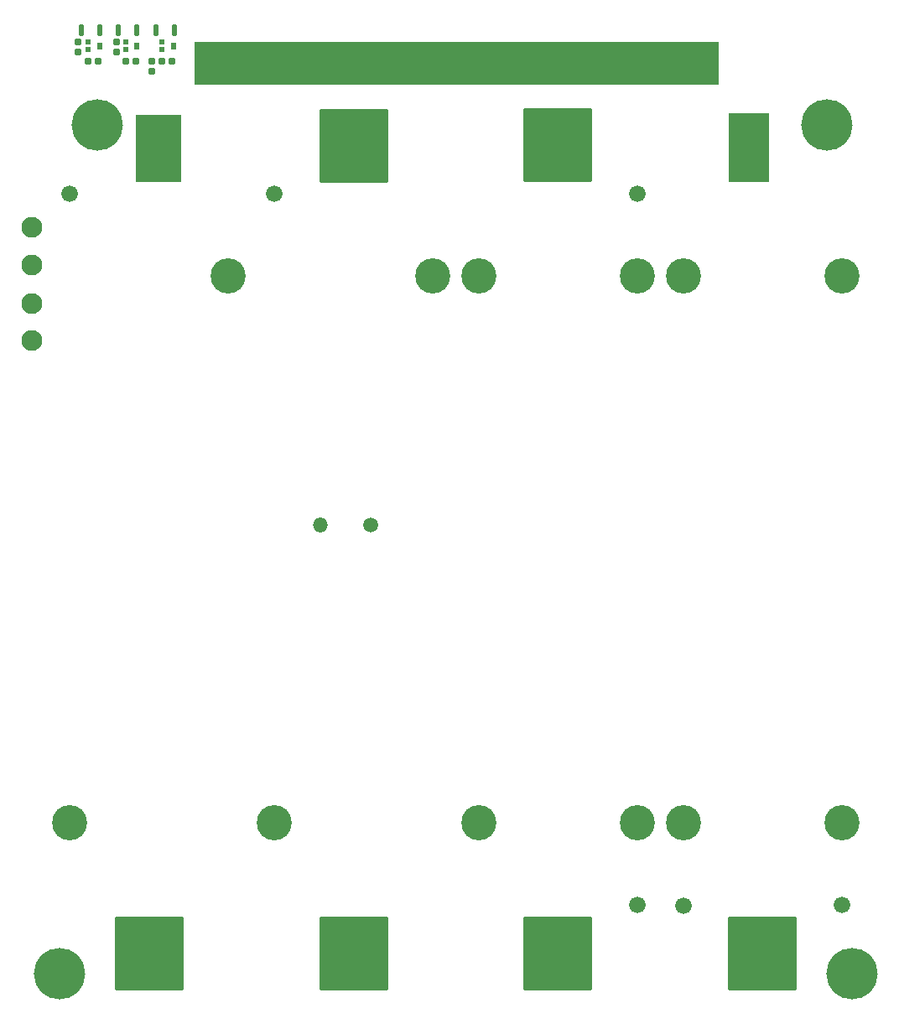
<source format=gbs>
%TF.GenerationSoftware,KiCad,Pcbnew,(6.0.2)*%
%TF.CreationDate,2022-09-07T09:45:00-04:00*%
%TF.ProjectId,batteryboard,62617474-6572-4796-926f-6172642e6b69,rev?*%
%TF.SameCoordinates,Original*%
%TF.FileFunction,Soldermask,Bot*%
%TF.FilePolarity,Negative*%
%FSLAX46Y46*%
G04 Gerber Fmt 4.6, Leading zero omitted, Abs format (unit mm)*
G04 Created by KiCad (PCBNEW (6.0.2)) date 2022-09-07 09:45:00*
%MOMM*%
%LPD*%
G01*
G04 APERTURE LIST*
G04 Aperture macros list*
%AMRoundRect*
0 Rectangle with rounded corners*
0 $1 Rounding radius*
0 $2 $3 $4 $5 $6 $7 $8 $9 X,Y pos of 4 corners*
0 Add a 4 corners polygon primitive as box body*
4,1,4,$2,$3,$4,$5,$6,$7,$8,$9,$2,$3,0*
0 Add four circle primitives for the rounded corners*
1,1,$1+$1,$2,$3*
1,1,$1+$1,$4,$5*
1,1,$1+$1,$6,$7*
1,1,$1+$1,$8,$9*
0 Add four rect primitives between the rounded corners*
20,1,$1+$1,$2,$3,$4,$5,0*
20,1,$1+$1,$4,$5,$6,$7,0*
20,1,$1+$1,$6,$7,$8,$9,0*
20,1,$1+$1,$8,$9,$2,$3,0*%
%AMFreePoly0*
4,1,25,0.115149,2.428891,0.133461,2.421305,0.222677,2.361692,0.236692,2.347677,0.296305,2.258461,0.303891,2.240149,0.324824,2.134911,0.325800,2.125000,0.325800,-1.400000,0.310921,-1.435921,0.275000,-1.450800,-0.275000,-1.450800,-0.310921,-1.435921,-0.325800,-1.400000,-0.325800,2.125000,-0.324824,2.134911,-0.303891,2.240149,-0.296305,2.258461,-0.236692,2.347677,-0.222677,2.361692,
-0.133461,2.421305,-0.115149,2.428891,-0.009911,2.449824,0.009911,2.449824,0.115149,2.428891,0.115149,2.428891,$1*%
G04 Aperture macros list end*
%ADD10C,0.100000*%
%ADD11C,3.551600*%
%ADD12C,1.671600*%
%ADD13C,2.101600*%
%ADD14C,5.181600*%
%ADD15FreePoly0,0.000000*%
%ADD16C,1.501600*%
%ADD17O,1.501600X1.501600*%
%ADD18RoundRect,0.050800X3.400000X-3.650000X3.400000X3.650000X-3.400000X3.650000X-3.400000X-3.650000X0*%
%ADD19RoundRect,0.050800X-2.000000X3.400000X-2.000000X-3.400000X2.000000X-3.400000X2.000000X3.400000X0*%
%ADD20RoundRect,0.050800X-3.400000X3.650000X-3.400000X-3.650000X3.400000X-3.650000X3.400000X3.650000X0*%
%ADD21RoundRect,0.050800X2.250000X-3.350000X2.250000X3.350000X-2.250000X3.350000X-2.250000X-3.350000X0*%
%ADD22RoundRect,0.050800X0.185000X-0.500000X0.185000X0.500000X-0.185000X0.500000X-0.185000X-0.500000X0*%
%ADD23RoundRect,0.050800X-0.185000X0.500000X-0.185000X-0.500000X0.185000X-0.500000X0.185000X0.500000X0*%
%ADD24RoundRect,0.050800X-0.225000X-0.200000X0.225000X-0.200000X0.225000X0.200000X-0.225000X0.200000X0*%
%ADD25RoundRect,0.050800X-0.225000X-0.250000X0.225000X-0.250000X0.225000X0.250000X-0.225000X0.250000X0*%
%ADD26RoundRect,0.185800X0.185000X-0.135000X0.185000X0.135000X-0.185000X0.135000X-0.185000X-0.135000X0*%
%ADD27RoundRect,0.185800X-0.135000X-0.185000X0.135000X-0.185000X0.135000X0.185000X-0.135000X0.185000X0*%
G04 APERTURE END LIST*
D10*
X124722220Y-49004353D02*
X71922220Y-49004353D01*
X71922220Y-49004353D02*
X71922220Y-44804353D01*
X71922220Y-44804353D02*
X124722220Y-44804353D01*
X124722220Y-44804353D02*
X124722220Y-49004353D01*
G36*
X124722220Y-49004353D02*
G01*
X71922220Y-49004353D01*
X71922220Y-44804353D01*
X124722220Y-44804353D01*
X124722220Y-49004353D01*
G37*
X124722220Y-49004353D02*
X71922220Y-49004353D01*
X71922220Y-44804353D01*
X124722220Y-44804353D01*
X124722220Y-49004353D01*
D11*
X121273300Y-68450100D03*
X137273300Y-123650100D03*
D12*
X121273300Y-131980100D03*
D11*
X116623100Y-123624700D03*
X100623100Y-68424700D03*
D12*
X116623100Y-60094700D03*
D13*
X55499000Y-67310000D03*
X55499000Y-71247000D03*
X55499000Y-74930000D03*
X55499000Y-63500000D03*
D14*
X62118400Y-53157200D03*
X135778400Y-53157200D03*
X138318400Y-138887200D03*
X58318400Y-138887200D03*
D15*
X73122220Y-47404353D03*
X73922220Y-47404353D03*
X74722220Y-47404353D03*
X75522220Y-47404353D03*
X76322220Y-47404353D03*
X77122220Y-47404353D03*
X77922220Y-47404353D03*
X78722220Y-47404353D03*
X79522220Y-47404353D03*
X80322220Y-47404353D03*
X81122220Y-47404353D03*
X81922220Y-47404353D03*
X82722220Y-47404353D03*
X83522220Y-47404353D03*
X84322220Y-47404353D03*
X85122220Y-47404353D03*
X85922220Y-47404353D03*
X86722220Y-47404353D03*
X87522220Y-47404353D03*
X88322220Y-47404353D03*
X89122220Y-47404353D03*
X89922220Y-47404353D03*
X90722220Y-47404353D03*
X91522220Y-47404353D03*
X92322220Y-47404353D03*
X93122220Y-47404353D03*
X93922220Y-47404353D03*
X94722220Y-47404353D03*
X95522220Y-47404353D03*
X96322220Y-47404353D03*
X97122220Y-47404353D03*
X97922220Y-47404353D03*
X101922220Y-47404353D03*
X102722220Y-47404353D03*
X103522220Y-47404353D03*
X104322220Y-47404353D03*
X105122220Y-47404353D03*
X105922220Y-47404353D03*
X106722220Y-47404353D03*
X107522220Y-47404353D03*
X108322220Y-47404353D03*
X109122220Y-47404353D03*
X109922220Y-47404353D03*
X110722220Y-47404353D03*
X111522220Y-47404353D03*
X112322220Y-47404353D03*
X113122220Y-47404353D03*
X113922220Y-47404353D03*
X114722220Y-47404353D03*
X115522220Y-47404353D03*
X116322220Y-47404353D03*
X117122220Y-47404353D03*
X117922220Y-47404353D03*
X118722220Y-47404353D03*
X119522220Y-47404353D03*
X120322220Y-47404353D03*
X121122220Y-47404353D03*
X121922220Y-47404353D03*
X122722220Y-47404353D03*
X123522220Y-47404353D03*
D16*
X89739000Y-93599000D03*
D17*
X84659000Y-93599000D03*
D11*
X79998300Y-123650100D03*
X95998300Y-68450100D03*
D12*
X79998300Y-60120100D03*
D18*
X87998300Y-136825100D03*
X87998300Y-55275100D03*
D11*
X121273300Y-123624700D03*
D12*
X137273300Y-131954700D03*
D11*
X137273300Y-68424700D03*
D19*
X127873300Y-55499700D03*
D20*
X129273300Y-136799700D03*
D12*
X116623100Y-131954700D03*
D11*
X100623100Y-123624700D03*
X116623100Y-68424700D03*
D20*
X108623100Y-55249700D03*
X108623100Y-136799700D03*
D11*
X75348100Y-68450100D03*
X59348100Y-123650100D03*
D12*
X59348100Y-60120100D03*
D18*
X67348100Y-136825100D03*
D21*
X68273100Y-55575100D03*
D22*
X62322181Y-43591480D03*
D23*
X60462181Y-43591480D03*
D22*
X66122173Y-43591480D03*
D23*
X64262173Y-43591480D03*
D22*
X69922191Y-43591480D03*
D23*
X68062191Y-43591480D03*
D24*
X61172400Y-45586600D03*
X61172400Y-44786600D03*
D25*
X62322400Y-45186600D03*
D24*
X64957000Y-45586600D03*
X64957000Y-44786600D03*
D25*
X66107000Y-45186600D03*
D24*
X68665400Y-45586600D03*
X68665400Y-44786600D03*
D25*
X69815400Y-45186600D03*
D26*
X60198000Y-45798200D03*
X60198000Y-44778200D03*
X64033400Y-45798200D03*
X64033400Y-44778200D03*
X67614800Y-47754000D03*
X67614800Y-46734000D03*
D27*
X61161200Y-46736000D03*
X62181200Y-46736000D03*
X64971200Y-46736000D03*
X65991200Y-46736000D03*
X68654200Y-46736000D03*
X69674200Y-46736000D03*
M02*

</source>
